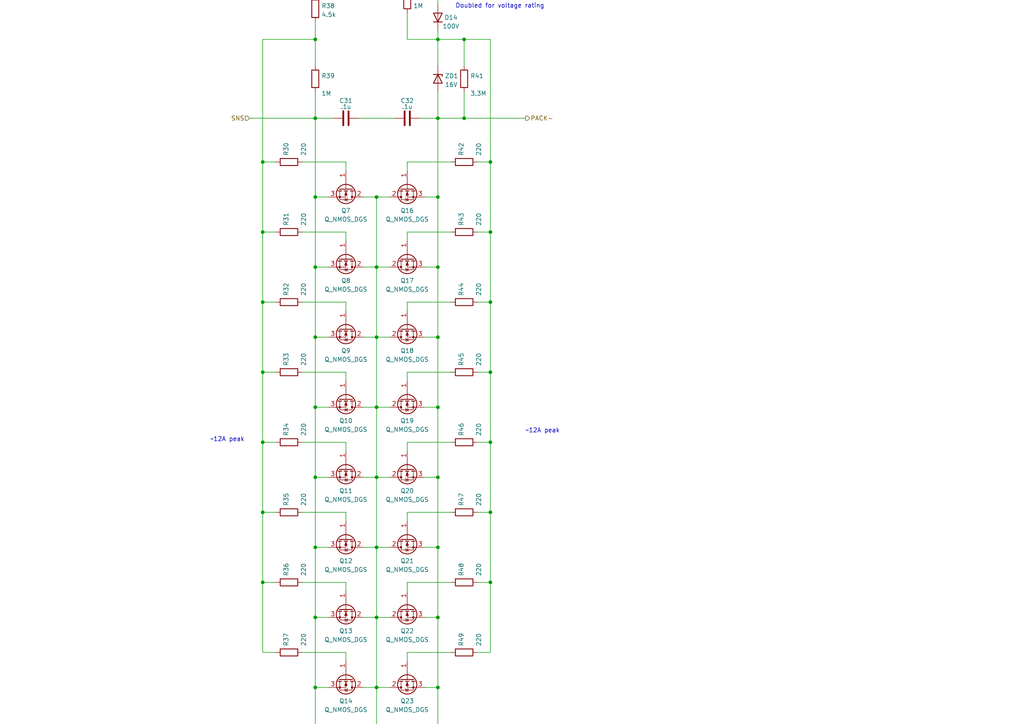
<source format=kicad_sch>
(kicad_sch (version 20211123) (generator eeschema)
  (paper "A4")
  (title_block (title "High Side Fets") (date "2022-10-30") (rev "Rev 0") (company "QTech BMS Dept"))
  (lib_symbols
    (symbol "Device:C" (pin_numbers hide) (pin_names (offset 0.254))
      (property "Reference" "C" (at 0.635 2.54 0))
      (property "Value" "C" (at 0.635 -2.54 0))
      (symbol "C_0_1"
        (polyline (pts (xy -2.032 -0.762) (xy 2.032 -0.762)) (stroke (width 0.508)))
        (polyline (pts (xy -2.032 0.762) (xy 2.032 0.762)) (stroke (width 0.508)))
      )
      (symbol "C_1_1"
        (pin passive line (at 0 3.81 270) (length 2.794) (name "~") (number "1"))
        (pin passive line (at 0 -3.81 90) (length 2.794) (name "~") (number "2"))
      )
    )
    (symbol "Device:D" (pin_numbers hide) (pin_names (offset 1.016) hide)
      (property "Reference" "D" (at 0 2.54 0))
      (property "Value" "D" (at 0 -2.54 0))
      (symbol "D_0_1"
        (polyline (pts (xy -1.27 1.27) (xy -1.27 -1.27)) (stroke (width 0.254)))
        (polyline (pts (xy 1.27 0) (xy -1.27 0)))
        (polyline (pts (xy 1.27 1.27) (xy 1.27 -1.27) (xy -1.27 0) (xy 1.27 1.27)) (stroke (width 0.254)))
      )
      (symbol "D_1_1"
        (pin passive line (at -3.81 0 0) (length 2.54) (name "K") (number "1"))
        (pin passive line (at 3.81 0 180) (length 2.54) (name "A") (number "2"))
      )
    )
    (symbol "Device:D_Zener" (pin_numbers hide) (pin_names (offset 1.016) hide)
      (property "Reference" "D" (at 0 2.54 0))
      (property "Value" "D_Zener" (at 0 -2.54 0))
      (symbol "D_Zener_0_1"
        (polyline (pts (xy 1.27 0) (xy -1.27 0)))
        (polyline (pts (xy -1.27 -1.27) (xy -1.27 1.27) (xy -0.762 1.27)) (stroke (width 0.254)))
        (polyline (pts (xy 1.27 -1.27) (xy 1.27 1.27) (xy -1.27 0) (xy 1.27 -1.27)) (stroke (width 0.254)))
      )
      (symbol "D_Zener_1_1"
        (pin passive line (at -3.81 0 0) (length 2.54) (name "K") (number "1"))
        (pin passive line (at 3.81 0 180) (length 2.54) (name "A") (number "2"))
      )
    )
    (symbol "Device:Q_NMOS_GDS" (pin_names (offset 0) hide)
      (property "Reference" "Q" (at 5.08 1.27 0))
      (property "Value" "Q_NMOS_GDS" (at 5.08 -1.27 0))
      (symbol "Q_NMOS_GDS_0_1"
        (polyline (pts (xy 0.254 0) (xy -2.54 0)))
        (polyline (pts (xy 0.254 1.905) (xy 0.254 -1.905)) (stroke (width 0.254)))
        (polyline (pts (xy 0.762 -1.27) (xy 0.762 -2.286)) (stroke (width 0.254)))
        (polyline (pts (xy 0.762 0.508) (xy 0.762 -0.508)) (stroke (width 0.254)))
        (polyline (pts (xy 0.762 2.286) (xy 0.762 1.27)) (stroke (width 0.254)))
        (polyline (pts (xy 2.54 2.54) (xy 2.54 1.778)))
        (polyline (pts (xy 2.54 -2.54) (xy 2.54 0) (xy 0.762 0)))
        (polyline (pts (xy 0.762 -1.778) (xy 3.302 -1.778) (xy 3.302 1.778) (xy 0.762 1.778)))
        (polyline (pts (xy 1.016 0) (xy 2.032 0.381) (xy 2.032 -0.381) (xy 1.016 0)) (fill (type outline)))
        (polyline (pts (xy 2.794 0.508) (xy 2.921 0.381) (xy 3.683 0.381) (xy 3.81 0.254)))
        (polyline (pts (xy 3.302 0.381) (xy 2.921 -0.254) (xy 3.683 -0.254) (xy 3.302 0.381)))
        (circle (center 1.651 0) (radius 2.794) (stroke (width 0.254)))
        (circle (center 2.54 -1.778) (radius 0.254) (fill (type outline)))
        (circle (center 2.54 1.778) (radius 0.254) (fill (type outline)))
      )
      (symbol "Q_NMOS_GDS_1_1"
        (pin input line (at -5.08 0 0) (length 2.54) (name "G") (number "1"))
        (pin passive line (at 2.54 5.08 270) (length 2.54) (name "D") (number "2"))
        (pin passive line (at 2.54 -5.08 90) (length 2.54) (name "S") (number "3"))
      )
    )
    (symbol "Device:Q_PMOS_DGS" (pin_names (offset 0) hide)
      (property "Reference" "Q" (at 5.08 1.27 0))
      (property "Value" "Q_PMOS_DGS" (at 5.08 -1.27 0))
      (symbol "Q_PMOS_DGS_0_1"
        (polyline (pts (xy 0.254 0) (xy -2.54 0)))
        (polyline (pts (xy 0.254 1.905) (xy 0.254 -1.905)) (stroke (width 0.254)))
        (polyline (pts (xy 0.762 -1.27) (xy 0.762 -2.286)) (stroke (width 0.254)))
        (polyline (pts (xy 0.762 0.508) (xy 0.762 -0.508)) (stroke (width 0.254)))
        (polyline (pts (xy 0.762 2.286) (xy 0.762 1.27)) (stroke (width 0.254)))
        (polyline (pts (xy 2.54 2.54) (xy 2.54 1.778)))
        (polyline (pts (xy 2.54 -2.54) (xy 2.54 0) (xy 0.762 0)))
        (polyline (pts (xy 0.762 1.778) (xy 3.302 1.778) (xy 3.302 -1.778) (xy 0.762 -1.778)))
        (polyline (pts (xy 2.286 0) (xy 1.27 0.381) (xy 1.27 -0.381) (xy 2.286 0)) (fill (type outline)))
        (polyline (pts (xy 2.794 -0.508) (xy 2.921 -0.381) (xy 3.683 -0.381) (xy 3.81 -0.254)))
        (polyline (pts (xy 3.302 -0.381) (xy 2.921 0.254) (xy 3.683 0.254) (xy 3.302 -0.381)))
        (circle (center 1.651 0) (radius 2.794) (stroke (width 0.254)))
        (circle (center 2.54 -1.778) (radius 0.254) (fill (type outline)))
        (circle (center 2.54 1.778) (radius 0.254) (fill (type outline)))
      )
      (symbol "Q_PMOS_DGS_1_1"
        (pin passive line (at 2.54 5.08 270) (length 2.54) (name "D") (number "1"))
        (pin input line (at -5.08 0 0) (length 2.54) (name "G") (number "2"))
        (pin passive line (at 2.54 -5.08 90) (length 2.54) (name "S") (number "3"))
      )
    )
    (symbol "Device:R" (pin_numbers hide) (pin_names (offset 0))
      (property "Reference" "R" (at 2.032 0 90))
      (property "Value" "R" (at 0 0 90))
      (symbol "R_0_1"
        (rectangle (start -1.016 -2.54) (end 1.016 2.54) (stroke (width 0.254)))
      )
      (symbol "R_1_1"
        (pin passive line (at 0 3.81 270) (length 1.27) (name "~") (number "1"))
        (pin passive line (at 0 -3.81 90) (length 1.27) (name "~") (number "2"))
      )
    )
  )
  (junction (at 76.2 87.63))
  (junction (at 91.44 179.07))
  (junction (at 91.44 199.39))
  (junction (at 109.22 213.36))
  (junction (at 109.22 77.47))
  (junction (at 142.24 107.95))
  (junction (at 76.2 107.95))
  (junction (at 109.22 179.07))
  (junction (at 142.24 87.63))
  (junction (at 142.24 168.91))
  (junction (at 91.44 11.43))
  (junction (at 127 11.43))
  (junction (at 109.22 97.79))
  (junction (at 91.44 158.75))
  (junction (at 142.24 148.59))
  (junction (at 127 34.29))
  (junction (at 91.44 57.15))
  (junction (at 76.2 168.91))
  (junction (at 134.62 11.43))
  (junction (at 91.44 118.11))
  (junction (at 76.2 67.31))
  (junction (at 134.62 34.29))
  (junction (at 76.2 148.59))
  (junction (at 127 179.07))
  (junction (at 127 57.15))
  (junction (at 109.22 118.11))
  (junction (at 76.2 128.27))
  (junction (at 118.11 -11.43))
  (junction (at 127 97.79))
  (junction (at 91.44 97.79))
  (junction (at 91.44 77.47))
  (junction (at 76.2 46.99))
  (junction (at 109.22 138.43))
  (junction (at 142.24 128.27))
  (junction (at 109.22 57.15))
  (junction (at 127 138.43))
  (junction (at 109.22 199.39))
  (junction (at 91.44 34.29))
  (junction (at 91.44 138.43))
  (junction (at 127 158.75))
  (junction (at 142.24 67.31))
  (junction (at 142.24 46.99))
  (junction (at 127 118.11))
  (junction (at 127 199.39))
  (junction (at 109.22 158.75))
  (junction (at 127 77.47))
  (wire (pts (xy 91.44 179.07) (xy 95.25 179.07)))
  (wire (pts (xy 100.33 130.81) (xy 100.33 128.27)))
  (wire (pts (xy 109.22 97.79) (xy 113.03 97.79)))
  (wire (pts (xy 109.22 138.43) (xy 113.03 138.43)))
  (wire (pts (xy 76.2 128.27) (xy 80.01 128.27)))
  (wire (pts (xy 76.2 148.59) (xy 80.01 148.59)))
  (wire (pts (xy 127 97.79) (xy 127 118.11)))
  (wire (pts (xy 100.33 107.95) (xy 87.63 107.95)))
  (wire (pts (xy 118.11 168.91) (xy 118.11 171.45)))
  (wire (pts (xy 76.2 46.99) (xy 76.2 67.31)))
  (wire (pts (xy 138.43 168.91) (xy 142.24 168.91)))
  (wire (pts (xy 76.2 87.63) (xy 80.01 87.63)))
  (wire (pts (xy 105.41 199.39) (xy 109.22 199.39)))
  (wire (pts (xy 91.44 -5.08) (xy 91.44 -1.27)))
  (wire (pts (xy 118.11 -30.48) (xy 118.11 -26.67)))
  (wire (pts (xy 142.24 67.31) (xy 142.24 87.63)))
  (wire (pts (xy 96.52 213.36) (xy 91.44 213.36)))
  (wire (pts (xy 91.44 97.79) (xy 95.25 97.79)))
  (wire (pts (xy 127 213.36) (xy 121.92 213.36)))
  (wire (pts (xy 76.2 168.91) (xy 76.2 148.59)))
  (wire (pts (xy 76.2 189.23) (xy 80.01 189.23)))
  (wire (pts (xy 100.33 189.23) (xy 87.63 189.23)))
  (wire (pts (xy 105.41 57.15) (xy 109.22 57.15)))
  (wire (pts (xy 104.14 34.29) (xy 114.3 34.29)))
  (wire (pts (xy 123.19 199.39) (xy 127 199.39)))
  (wire (pts (xy 91.44 179.07) (xy 91.44 199.39)))
  (wire (pts (xy 134.62 26.67) (xy 134.62 34.29)))
  (wire (pts (xy 105.41 97.79) (xy 109.22 97.79)))
  (wire (pts (xy 109.22 158.75) (xy 109.22 179.07)))
  (wire (pts (xy 142.24 46.99) (xy 142.24 67.31)))
  (wire (pts (xy 105.41 77.47) (xy 109.22 77.47)))
  (wire (pts (xy 127 11.43) (xy 127 19.05)))
  (wire (pts (xy 123.19 57.15) (xy 127 57.15)))
  (wire (pts (xy 109.22 77.47) (xy 109.22 97.79)))
  (wire (pts (xy 118.11 67.31) (xy 118.11 69.85)))
  (wire (pts (xy 109.22 77.47) (xy 113.03 77.47)))
  (wire (pts (xy 118.11 -16.51) (xy 118.11 -11.43)))
  (wire (pts (xy 91.44 26.67) (xy 91.44 34.29)))
  (wire (pts (xy 138.43 128.27) (xy 142.24 128.27)))
  (wire (pts (xy 106.68 -21.59) (xy 110.49 -21.59)))
  (wire (pts (xy 109.22 199.39) (xy 113.03 199.39)))
  (wire (pts (xy 109.22 179.07) (xy 113.03 179.07)))
  (wire (pts (xy 134.62 34.29) (xy 152.4 34.29)))
  (wire (pts (xy 118.11 11.43) (xy 127 11.43)))
  (wire (pts (xy 118.11 46.99) (xy 118.11 49.53)))
  (wire (pts (xy 100.33 148.59) (xy 87.63 148.59)))
  (wire (pts (xy 91.44 158.75) (xy 91.44 179.07)))
  (wire (pts (xy 105.41 179.07) (xy 109.22 179.07)))
  (wire (pts (xy 127 34.29) (xy 134.62 34.29)))
  (wire (pts (xy 109.22 118.11) (xy 109.22 138.43)))
  (wire (pts (xy 138.43 107.95) (xy 142.24 107.95)))
  (wire (pts (xy 118.11 168.91) (xy 130.81 168.91)))
  (wire (pts (xy 127 118.11) (xy 127 138.43)))
  (wire (pts (xy 127 -11.43) (xy 127 -8.89)))
  (wire (pts (xy 76.2 168.91) (xy 80.01 168.91)))
  (wire (pts (xy 91.44 57.15) (xy 95.25 57.15)))
  (wire (pts (xy 100.33 151.13) (xy 100.33 148.59)))
  (wire (pts (xy 118.11 -11.43) (xy 118.11 -3.81)))
  (wire (pts (xy 100.33 46.99) (xy 87.63 46.99)))
  (wire (pts (xy 134.62 11.43) (xy 134.62 19.05)))
  (wire (pts (xy 127 138.43) (xy 127 158.75)))
  (wire (pts (xy 76.2 107.95) (xy 76.2 128.27)))
  (wire (pts (xy 118.11 128.27) (xy 118.11 130.81)))
  (wire (pts (xy 138.43 46.99) (xy 142.24 46.99)))
  (wire (pts (xy 118.11 3.81) (xy 118.11 11.43)))
  (wire (pts (xy 76.2 128.27) (xy 76.2 148.59)))
  (wire (pts (xy 109.22 179.07) (xy 109.22 199.39)))
  (wire (pts (xy 91.44 199.39) (xy 95.25 199.39)))
  (wire (pts (xy 105.41 118.11) (xy 109.22 118.11)))
  (wire (pts (xy 76.2 46.99) (xy 80.01 46.99)))
  (wire (pts (xy 91.44 77.47) (xy 91.44 97.79)))
  (wire (pts (xy 127 26.67) (xy 127 34.29)))
  (wire (pts (xy 76.2 11.43) (xy 76.2 46.99)))
  (wire (pts (xy 76.2 189.23) (xy 76.2 168.91)))
  (wire (pts (xy 91.44 77.47) (xy 95.25 77.47)))
  (wire (pts (xy 109.22 213.36) (xy 104.14 213.36)))
  (wire (pts (xy 127 57.15) (xy 127 77.47)))
  (wire (pts (xy 100.33 110.49) (xy 100.33 107.95)))
  (wire (pts (xy 127 11.43) (xy 134.62 11.43)))
  (wire (pts (xy 91.44 158.75) (xy 95.25 158.75)))
  (wire (pts (xy 127 77.47) (xy 127 97.79)))
  (wire (pts (xy 100.33 49.53) (xy 100.33 46.99)))
  (wire (pts (xy 134.62 11.43) (xy 142.24 11.43)))
  (wire (pts (xy 127 34.29) (xy 127 57.15)))
  (wire (pts (xy 91.44 138.43) (xy 91.44 158.75)))
  (wire (pts (xy 142.24 128.27) (xy 142.24 107.95)))
  (wire (pts (xy 109.22 199.39) (xy 109.22 213.36)))
  (wire (pts (xy 76.2 67.31) (xy 76.2 87.63)))
  (wire (pts (xy 91.44 138.43) (xy 95.25 138.43)))
  (wire (pts (xy 109.22 118.11) (xy 113.03 118.11)))
  (wire (pts (xy 109.22 158.75) (xy 113.03 158.75)))
  (wire (pts (xy 123.19 158.75) (xy 127 158.75)))
  (wire (pts (xy 138.43 67.31) (xy 142.24 67.31)))
  (wire (pts (xy 105.41 158.75) (xy 109.22 158.75)))
  (wire (pts (xy 100.33 69.85) (xy 100.33 67.31)))
  (wire (pts (xy 76.2 107.95) (xy 76.2 87.63)))
  (wire (pts (xy 142.24 11.43) (xy 142.24 46.99)))
  (wire (pts (xy 142.24 189.23) (xy 142.24 168.91)))
  (wire (pts (xy 109.22 57.15) (xy 113.03 57.15)))
  (wire (pts (xy 142.24 128.27) (xy 142.24 148.59)))
  (wire (pts (xy 118.11 148.59) (xy 130.81 148.59)))
  (wire (pts (xy 123.19 118.11) (xy 127 118.11)))
  (wire (pts (xy 118.11 67.31) (xy 130.81 67.31)))
  (wire (pts (xy 118.11 87.63) (xy 130.81 87.63)))
  (wire (pts (xy 127 199.39) (xy 127 213.36)))
  (wire (pts (xy 76.2 11.43) (xy 91.44 11.43)))
  (wire (pts (xy 142.24 107.95) (xy 142.24 87.63)))
  (wire (pts (xy 118.11 107.95) (xy 130.81 107.95)))
  (wire (pts (xy 123.19 138.43) (xy 127 138.43)))
  (wire (pts (xy 121.92 34.29) (xy 127 34.29)))
  (wire (pts (xy 91.44 199.39) (xy 91.44 213.36)))
  (wire (pts (xy 118.11 -11.43) (xy 127 -11.43)))
  (wire (pts (xy 100.33 168.91) (xy 87.63 168.91)))
  (wire (pts (xy 142.24 148.59) (xy 138.43 148.59)))
  (wire (pts (xy 109.22 97.79) (xy 109.22 118.11)))
  (wire (pts (xy 118.11 128.27) (xy 130.81 128.27)))
  (wire (pts (xy 138.43 189.23) (xy 142.24 189.23)))
  (wire (pts (xy 91.44 118.11) (xy 95.25 118.11)))
  (wire (pts (xy 100.33 87.63) (xy 100.33 90.17)))
  (wire (pts (xy 76.2 67.31) (xy 80.01 67.31)))
  (wire (pts (xy 109.22 57.15) (xy 109.22 77.47)))
  (wire (pts (xy 91.44 19.05) (xy 91.44 11.43)))
  (wire (pts (xy 123.19 77.47) (xy 127 77.47)))
  (wire (pts (xy 91.44 6.35) (xy 91.44 11.43)))
  (wire (pts (xy 72.39 34.29) (xy 91.44 34.29)))
  (wire (pts (xy 91.44 57.15) (xy 91.44 77.47)))
  (wire (pts (xy 118.11 189.23) (xy 118.11 191.77)))
  (wire (pts (xy 127 8.89) (xy 127 11.43)))
  (wire (pts (xy 127 179.07) (xy 127 199.39)))
  (wire (pts (xy 138.43 87.63) (xy 142.24 87.63)))
  (wire (pts (xy 118.11 46.99) (xy 130.81 46.99)))
  (wire (pts (xy 118.11 107.95) (xy 118.11 110.49)))
  (wire (pts (xy 100.33 191.77) (xy 100.33 189.23)))
  (wire (pts (xy 91.44 97.79) (xy 91.44 118.11)))
  (wire (pts (xy 76.2 107.95) (xy 80.01 107.95)))
  (wire (pts (xy 105.41 138.43) (xy 109.22 138.43)))
  (wire (pts (xy 114.3 213.36) (xy 109.22 213.36)))
  (wire (pts (xy 91.44 34.29) (xy 96.52 34.29)))
  (wire (pts (xy 118.11 87.63) (xy 118.11 90.17)))
  (wire (pts (xy 118.11 148.59) (xy 118.11 151.13)))
  (wire (pts (xy 127 -1.27) (xy 127 1.27)))
  (wire (pts (xy 91.44 118.11) (xy 91.44 138.43)))
  (wire (pts (xy 91.44 34.29) (xy 91.44 57.15)))
  (wire (pts (xy 100.33 67.31) (xy 87.63 67.31)))
  (wire (pts (xy 109.22 138.43) (xy 109.22 158.75)))
  (wire (pts (xy 100.33 171.45) (xy 100.33 168.91)))
  (wire (pts (xy 100.33 87.63) (xy 87.63 87.63)))
  (wire (pts (xy 123.19 179.07) (xy 127 179.07)))
  (wire (pts (xy 123.19 97.79) (xy 127 97.79)))
  (wire (pts (xy 100.33 128.27) (xy 87.63 128.27)))
  (wire (pts (xy 127 158.75) (xy 127 179.07)))
  (wire (pts (xy 142.24 168.91) (xy 142.24 148.59)))
  (wire (pts (xy 118.11 189.23) (xy 130.81 189.23)))
  (text "~22A peak" (at 106.68 217.17 0) (effects (font (size 1.27 1.27)) (justify left bottom)))
  (text "Doubled for voltage rating" (at 132.08 2.54 0) (effects (font (size 1.27 1.27)) (justify left bottom)))
  (text "~12A peak" (at 152.4 125.73 0) (effects (font (size 1.27 1.27)) (justify left bottom)))
  (text "~12A peak" (at 60.96 128.27 0) (effects (font (size 1.27 1.27)) (justify left bottom)))
  (hierarchical_label "PACK-" (shape output) (at 152.4 34.29 0))
  (hierarchical_label "SNS" (shape input) (at 72.39 34.29 180))
  (hierarchical_label "CHG" (shape input) (at 118.11 -30.48 90))
  (hierarchical_label "DSG" (shape input) (at 91.44 -5.08 90))
  (hierarchical_label "GND" (shape input) (at 106.68 -21.59 180))
  (symbol (lib_id "Device:D_Zener") (at 127 22.86 270) (unit 1)
    (property "Reference" "ZD1" (at 129.032 22.0253 90) (effects (justify left)))
    (property "Value" "16V" (at 129.032 24.5622 90) (effects (justify left)))
    (property "Footprint" "Diode_SMD:D_SOD-323" (effects hide))
    (property "Src_Page" "Figure 10-5" (effects hide))
  )
  (symbol (lib_id "Device:Q_PMOS_DGS") (at 115.57 -21.59 0) (mirror x) (unit 1)
    (property "Reference" "Q15" (at 120.777 -22.4247 0) (effects (justify left)))
    (property "Value" "Q_PMOS_DGS" (at 120.777 -19.8878 0) (effects (justify left)))
    (property "Footprint" "Package_TO_SOT_SMD:SOT-23" (effects hide))
    (property "Src_Page" "Figure 10-5" (effects hide))
  )
  (symbol (lib_id "Device:R") (at 83.82 67.31 90) (unit 1)
    (property "Reference" "R31" (at 82.9853 65.532 0) (effects (justify left)))
    (property "Value" "220" (at 88.0622 65.532 0) (effects (justify left)))
    (property "Footprint" "Resistor_SMD:R_0603_1608Metric" (effects hide))
    (property "Src_Value" "R_gs_dsg" (effects hide))
    (property "Src_Page" "Table 10-1" (effects hide))
  )
  (symbol (lib_id "Device:R") (at 134.62 148.59 90) (unit 1)
    (property "Reference" "R47" (at 133.7853 146.812 0) (effects (justify left)))
    (property "Value" "220" (at 138.8622 146.812 0) (effects (justify left)))
    (property "Footprint" "Resistor_SMD:R_0603_1608Metric" (effects hide))
    (property "Src_Value" "R_gs_dsg" (effects hide))
    (property "Src_Page" "Table 10-1" (effects hide))
  )
  (symbol (lib_id "Device:R") (at 134.62 46.99 90) (unit 1)
    (property "Reference" "R42" (at 133.7853 45.212 0) (effects (justify left)))
    (property "Value" "220" (at 138.8622 45.212 0) (effects (justify left)))
    (property "Footprint" "Resistor_SMD:R_0603_1608Metric" (effects hide))
    (property "Src_Value" "R_gs_dsg" (effects hide))
    (property "Src_Page" "Table 10-1" (effects hide))
  )
  (symbol (lib_id "Device:Q_NMOS_GDS") (at 118.11 74.93 90) (mirror x) (unit 1)
    (property "Reference" "Q17" (at 118.11 81.4054 90))
    (property "Value" "Q_NMOS_DGS" (at 118.11 83.9423 90))
    (property "Footprint" "Package_TO_SOT_SMD:TO-252-2" (effects hide))
    (property "Src_Value" "dsg_fet" (effects hide))
    (property "Spice_Primitive" "M" (effects hide))
    (property "Spice_Model" "Q_NMOS_DGS" (effects hide))
    (property "Spice_Netlist_Enabled" "Y" (effects hide))
  )
  (symbol (lib_id "Device:C") (at 100.33 34.29 90) (unit 1)
    (property "Reference" "C31" (at 100.33 29.21 90))
    (property "Value" ".1u" (at 100.33 30.9681 90))
    (property "Footprint" "Capacitor_SMD:C_0603_1608Metric" (effects hide))
  )
  (symbol (lib_id "Device:C") (at 118.11 34.29 90) (unit 1)
    (property "Reference" "C32" (at 118.11 29.21 90))
    (property "Value" ".1u" (at 118.11 30.9681 90))
    (property "Footprint" "Capacitor_SMD:C_0603_1608Metric" (effects hide))
  )
  (symbol (lib_id "Device:Q_NMOS_GDS") (at 100.33 95.25 270) (unit 1)
    (property "Reference" "Q9" (at 100.33 101.7254 90))
    (property "Value" "Q_NMOS_DGS" (at 100.33 104.2623 90))
    (property "Footprint" "Package_TO_SOT_SMD:TO-252-2" (effects hide))
    (property "Src_Value" "dsg_fet" (effects hide))
    (property "Spice_Primitive" "M" (effects hide))
    (property "Spice_Model" "Q_NMOS_DGS" (effects hide))
    (property "Spice_Netlist_Enabled" "Y" (effects hide))
  )
  (symbol (lib_id "Device:R") (at 134.62 87.63 90) (unit 1)
    (property "Reference" "R44" (at 133.7853 85.852 0) (effects (justify left)))
    (property "Value" "220" (at 138.8622 85.852 0) (effects (justify left)))
    (property "Footprint" "Resistor_SMD:R_0603_1608Metric" (effects hide))
    (property "Src_Value" "R_gs_dsg" (effects hide))
    (property "Src_Page" "Table 10-1" (effects hide))
  )
  (symbol (lib_id "Device:Q_NMOS_GDS") (at 118.11 95.25 90) (mirror x) (unit 1)
    (property "Reference" "Q18" (at 118.11 101.7254 90))
    (property "Value" "Q_NMOS_DGS" (at 118.11 104.2623 90))
    (property "Footprint" "Package_TO_SOT_SMD:TO-252-2" (effects hide))
    (property "Src_Value" "dsg_fet" (effects hide))
    (property "Spice_Primitive" "M" (effects hide))
    (property "Spice_Model" "Q_NMOS_DGS" (effects hide))
    (property "Spice_Netlist_Enabled" "Y" (effects hide))
  )
  (symbol (lib_id "Device:R") (at 134.62 67.31 90) (unit 1)
    (property "Reference" "R43" (at 133.7853 65.532 0) (effects (justify left)))
    (property "Value" "220" (at 138.8622 65.532 0) (effects (justify left)))
    (property "Footprint" "Resistor_SMD:R_0603_1608Metric" (effects hide))
    (property "Src_Value" "R_gs_dsg" (effects hide))
    (property "Src_Page" "Table 10-1" (effects hide))
  )
  (symbol (lib_id "Device:R") (at 83.82 46.99 90) (unit 1)
    (property "Reference" "R30" (at 82.9853 45.212 0) (effects (justify left)))
    (property "Value" "220" (at 88.0622 45.212 0) (effects (justify left)))
    (property "Footprint" "Resistor_SMD:R_0603_1608Metric" (effects hide))
    (property "Src_Value" "R_gs_dsg" (effects hide))
    (property "Src_Page" "Table 10-1" (effects hide))
  )
  (symbol (lib_id "Device:D") (at 118.11 213.36 0) (unit 1)
    (property "Reference" "D12" (at 114.3 210.82 0))
    (property "Value" "D" (at 118.11 210.9271 0))
    (property "Footprint" "Diode_SMD:D_SMC" (effects hide))
  )
  (symbol (lib_id "Device:D") (at 127 5.08 90) (unit 1)
    (property "Reference" "D14" (at 130.81 5.08 90))
    (property "Value" "100V" (at 130.81 7.62 90))
    (property "Footprint" "Diode_SMD:D_SOD-123" (effects hide))
    (property "Src_Page" "Figure 10-5" (effects hide))
  )
  (symbol (lib_id "Device:R") (at 83.82 107.95 90) (unit 1)
    (property "Reference" "R33" (at 82.9853 106.172 0) (effects (justify left)))
    (property "Value" "220" (at 88.0622 106.172 0) (effects (justify left)))
    (property "Footprint" "Resistor_SMD:R_0603_1608Metric" (effects hide))
    (property "Src_Value" "R_gs_dsg" (effects hide))
    (property "Src_Page" "Table 10-1" (effects hide))
  )
  (symbol (lib_id "Device:R") (at 83.82 168.91 90) (unit 1)
    (property "Reference" "R36" (at 82.9853 167.132 0) (effects (justify left)))
    (property "Value" "220" (at 88.0622 167.132 0) (effects (justify left)))
    (property "Footprint" "Resistor_SMD:R_0603_1608Metric" (effects hide))
    (property "Src_Value" "R_gs_dsg" (effects hide))
    (property "Src_Page" "Table 10-1" (effects hide))
  )
  (symbol (lib_id "Device:Q_NMOS_GDS") (at 100.33 135.89 270) (unit 1)
    (property "Reference" "Q11" (at 100.33 142.3654 90))
    (property "Value" "Q_NMOS_DGS" (at 100.33 144.9023 90))
    (property "Footprint" "Package_TO_SOT_SMD:TO-252-2" (effects hide))
    (property "Src_Value" "dsg_fet" (effects hide))
    (property "Spice_Primitive" "M" (effects hide))
    (property "Spice_Model" "Q_NMOS_DGS" (effects hide))
    (property "Spice_Netlist_Enabled" "Y" (effects hide))
  )
  (symbol (lib_id "Device:Q_NMOS_GDS") (at 100.33 156.21 270) (unit 1)
    (property "Reference" "Q12" (at 100.33 162.6854 90))
    (property "Value" "Q_NMOS_DGS" (at 100.33 165.2223 90))
    (property "Footprint" "Package_TO_SOT_SMD:TO-252-2" (effects hide))
    (property "Src_Value" "dsg_fet" (effects hide))
    (property "Spice_Primitive" "M" (effects hide))
    (property "Spice_Model" "Q_NMOS_DGS" (effects hide))
    (property "Spice_Netlist_Enabled" "Y" (effects hide))
  )
  (symbol (lib_id "Device:Q_NMOS_GDS") (at 118.11 196.85 90) (mirror x) (unit 1)
    (property "Reference" "Q23" (at 118.11 203.3254 90))
    (property "Value" "Q_NMOS_DGS" (at 118.11 205.8623 90))
    (property "Footprint" "Package_TO_SOT_SMD:TO-252-2" (effects hide))
    (property "Src_Value" "dsg_fet" (effects hide))
    (property "Spice_Primitive" "M" (effects hide))
    (property "Spice_Model" "Q_NMOS_DGS" (effects hide))
    (property "Spice_Netlist_Enabled" "Y" (effects hide))
  )
  (symbol (lib_id "Device:R") (at 91.44 22.86 0) (unit 1)
    (property "Reference" "R39" (at 93.218 22.0253 0) (effects (justify left)))
    (property "Value" "1M" (at 93.218 27.1022 0) (effects (justify left)))
    (property "Footprint" "Resistor_SMD:R_0603_1608Metric" (effects hide))
    (property "Src_Value" "R_gs_dsg" (effects hide))
    (property "Src_Page" "Table 10-1" (effects hide))
  )
  (symbol (lib_id "Device:Q_NMOS_GDS") (at 100.33 115.57 270) (unit 1)
    (property "Reference" "Q10" (at 100.33 122.0454 90))
    (property "Value" "Q_NMOS_DGS" (at 100.33 124.5823 90))
    (property "Footprint" "Package_TO_SOT_SMD:TO-252-2" (effects hide))
    (property "Src_Value" "dsg_fet" (effects hide))
    (property "Spice_Primitive" "M" (effects hide))
    (property "Spice_Model" "Q_NMOS_DGS" (effects hide))
    (property "Spice_Netlist_Enabled" "Y" (effects hide))
  )
  (symbol (lib_id "Device:R") (at 83.82 189.23 90) (unit 1)
    (property "Reference" "R37" (at 82.9853 187.452 0) (effects (justify left)))
    (property "Value" "220" (at 88.0622 187.452 0) (effects (justify left)))
    (property "Footprint" "Resistor_SMD:R_0603_1608Metric" (effects hide))
    (property "Src_Value" "R_gs_dsg" (effects hide))
    (property "Src_Page" "Table 10-1" (effects hide))
  )
  (symbol (lib_id "Device:R") (at 118.11 0 0) (unit 1)
    (property "Reference" "R40" (at 119.888 -0.8347 0) (effects (justify left)))
    (property "Value" "1M" (at 119.888 1.7022 0) (effects (justify left)))
    (property "Footprint" "Resistor_SMD:R_0603_1608Metric" (effects hide))
    (property "Src_Value" "R_chg" (effects hide))
    (property "Src_Page" "Table 10-1" (effects hide))
  )
  (symbol (lib_id "Device:Q_NMOS_GDS") (at 100.33 176.53 270) (unit 1)
    (property "Reference" "Q13" (at 100.33 183.0054 90))
    (property "Value" "Q_NMOS_DGS" (at 100.33 185.5423 90))
    (property "Footprint" "Package_TO_SOT_SMD:TO-252-2" (effects hide))
    (property "Src_Value" "dsg_fet" (effects hide))
    (property "Spice_Primitive" "M" (effects hide))
    (property "Spice_Model" "Q_NMOS_DGS" (effects hide))
    (property "Spice_Netlist_Enabled" "Y" (effects hide))
  )
  (symbol (lib_id "Device:Q_NMOS_GDS") (at 100.33 54.61 270) (unit 1)
    (property "Reference" "Q7" (at 100.33 61.0854 90))
    (property "Value" "Q_NMOS_DGS" (at 100.33 63.6223 90))
    (property "Footprint" "Package_TO_SOT_SMD:TO-252-2" (effects hide))
    (property "Src_Value" "dsg_fet" (effects hide))
    (property "Spice_Primitive" "M" (effects hide))
    (property "Spice_Model" "Q_NMOS_DGS" (effects hide))
    (property "Spice_Netlist_Enabled" "Y" (effects hide))
  )
  (symbol (lib_id "Device:Q_NMOS_GDS") (at 118.11 176.53 90) (mirror x) (unit 1)
    (property "Reference" "Q22" (at 118.11 183.0054 90))
    (property "Value" "Q_NMOS_DGS" (at 118.11 185.5423 90))
    (property "Footprint" "Package_TO_SOT_SMD:TO-252-2" (effects hide))
    (property "Src_Value" "dsg_fet" (effects hide))
    (property "Spice_Primitive" "M" (effects hide))
    (property "Spice_Model" "Q_NMOS_DGS" (effects hide))
    (property "Spice_Netlist_Enabled" "Y" (effects hide))
  )
  (symbol (lib_id "Device:Q_NMOS_GDS") (at 100.33 196.85 270) (unit 1)
    (property "Reference" "Q14" (at 100.33 203.3254 90))
    (property "Value" "Q_NMOS_DGS" (at 100.33 205.8623 90))
    (property "Footprint" "Package_TO_SOT_SMD:TO-252-2" (effects hide))
    (property "Src_Value" "dsg_fet" (effects hide))
    (property "Spice_Primitive" "M" (effects hide))
    (property "Spice_Model" "Q_NMOS_DGS" (effects hide))
    (property "Spice_Netlist_Enabled" "Y" (effects hide))
  )
  (symbol (lib_id "Device:R") (at 134.62 128.27 90) (unit 1)
    (property "Reference" "R46" (at 133.7853 126.492 0) (effects (justify left)))
    (property "Value" "220" (at 138.8622 126.492 0) (effects (justify left)))
    (property "Footprint" "Resistor_SMD:R_0603_1608Metric" (effects hide))
    (property "Src_Value" "R_gs_dsg" (effects hide))
    (property "Src_Page" "Table 10-1" (effects hide))
  )
  (symbol (lib_id "Device:R") (at 134.62 22.86 0) (unit 1)
    (property "Reference" "R41" (at 136.398 22.0253 0) (effects (justify left)))
    (property "Value" "3.3M" (at 136.398 27.1022 0) (effects (justify left)))
    (property "Footprint" "Resistor_SMD:R_0603_1608Metric" (effects hide))
    (property "Src_Value" "R_gs_chg" (effects hide))
    (property "Src_Page" "Table 10-1" (effects hide))
  )
  (symbol (lib_id "Device:R") (at 83.82 87.63 90) (unit 1)
    (property "Reference" "R32" (at 82.9853 85.852 0) (effects (justify left)))
    (property "Value" "220" (at 88.0622 85.852 0) (effects (justify left)))
    (property "Footprint" "Resistor_SMD:R_0603_1608Metric" (effects hide))
    (property "Src_Value" "R_gs_dsg" (effects hide))
    (property "Src_Page" "Table 10-1" (effects hide))
  )
  (symbol (lib_id "Device:Q_NMOS_GDS") (at 118.11 54.61 90) (mirror x) (unit 1)
    (property "Reference" "Q16" (at 118.11 61.0854 90))
    (property "Value" "Q_NMOS_DGS" (at 118.11 63.6223 90))
    (property "Footprint" "Package_TO_SOT_SMD:TO-252-2" (effects hide))
    (property "Src_Value" "dsg_fet" (effects hide))
    (property "Spice_Primitive" "M" (effects hide))
    (property "Spice_Model" "Q_NMOS_DGS" (effects hide))
    (property "Spice_Netlist_Enabled" "Y" (effects hide))
  )
  (symbol (lib_id "Device:R") (at 134.62 168.91 90) (unit 1)
    (property "Reference" "R48" (at 133.7853 167.132 0) (effects (justify left)))
    (property "Value" "220" (at 138.8622 167.132 0) (effects (justify left)))
    (property "Footprint" "Resistor_SMD:R_0603_1608Metric" (effects hide))
    (property "Src_Value" "R_gs_dsg" (effects hide))
    (property "Src_Page" "Table 10-1" (effects hide))
  )
  (symbol (lib_id "Device:Q_NMOS_GDS") (at 118.11 156.21 90) (mirror x) (unit 1)
    (property "Reference" "Q21" (at 118.11 162.6854 90))
    (property "Value" "Q_NMOS_DGS" (at 118.11 165.2223 90))
    (property "Footprint" "Package_TO_SOT_SMD:TO-252-2" (effects hide))
    (property "Src_Value" "dsg_fet" (effects hide))
    (property "Spice_Primitive" "M" (effects hide))
    (property "Spice_Model" "Q_NMOS_DGS" (effects hide))
    (property "Spice_Netlist_Enabled" "Y" (effects hide))
  )
  (symbol (lib_id "Device:D") (at 100.33 213.36 180) (unit 1)
    (property "Reference" "D11" (at 97.79 210.82 0))
    (property "Value" "D" (at 100.33 210.9271 0))
    (property "Footprint" "Diode_SMD:D_SMC" (effects hide))
  )
  (symbol (lib_id "Device:D") (at 127 -5.08 90) (unit 1)
    (property "Reference" "D13" (at 130.81 -5.08 90))
    (property "Value" "100V" (at 130.81 -2.54 90))
    (property "Footprint" "Diode_SMD:D_SOD-123" (effects hide))
    (property "Src_Page" "Figure 10-5" (effects hide))
  )
  (symbol (lib_id "Device:Q_NMOS_GDS") (at 118.11 115.57 90) (mirror x) (unit 1)
    (property "Reference" "Q19" (at 118.11 122.0454 90))
    (property "Value" "Q_NMOS_DGS" (at 118.11 124.5823 90))
    (property "Footprint" "Package_TO_SOT_SMD:TO-252-2" (effects hide))
    (property "Src_Value" "dsg_fet" (effects hide))
    (property "Spice_Primitive" "M" (effects hide))
    (property "Spice_Model" "Q_NMOS_DGS" (effects hide))
    (property "Spice_Netlist_Enabled" "Y" (effects hide))
  )
  (symbol (lib_id "Device:Q_NMOS_GDS") (at 118.11 135.89 90) (mirror x) (unit 1)
    (property "Reference" "Q20" (at 118.11 142.3654 90))
    (property "Value" "Q_NMOS_DGS" (at 118.11 144.9023 90))
    (property "Footprint" "Package_TO_SOT_SMD:TO-252-2" (effects hide))
    (property "Src_Value" "dsg_fet" (effects hide))
    (property "Spice_Primitive" "M" (effects hide))
    (property "Spice_Model" "Q_NMOS_DGS" (effects hide))
    (property "Spice_Netlist_Enabled" "Y" (effects hide))
  )
  (symbol (lib_id "Device:Q_NMOS_GDS") (at 100.33 74.93 270) (unit 1)
    (property "Reference" "Q8" (at 100.33 81.4054 90))
    (property "Value" "Q_NMOS_DGS" (at 100.33 83.9423 90))
    (property "Footprint" "Package_TO_SOT_SMD:TO-252-2" (effects hide))
    (property "Src_Value" "dsg_fet" (effects hide))
    (property "Spice_Primitive" "M" (effects hide))
    (property "Spice_Model" "Q_NMOS_DGS" (effects hide))
    (property "Spice_Netlist_Enabled" "Y" (effects hide))
  )
  (symbol (lib_id "Device:R") (at 91.44 2.54 0) (unit 1)
    (property "Reference" "R38" (at 93.218 1.7053 0) (effects (justify left)))
    (property "Value" "4.5k" (at 93.218 4.2422 0) (effects (justify left)))
    (property "Footprint" "Resistor_SMD:R_0603_1608Metric" (effects hide))
    (property "Src_Value" "R_dsg" (effects hide))
    (property "Src_Page" "Table 10-1" (effects hide))
  )
  (symbol (lib_id "Device:R") (at 83.82 148.59 90) (unit 1)
    (property "Reference" "R35" (at 82.9853 146.812 0) (effects (justify left)))
    (property "Value" "220" (at 88.0622 146.812 0) (effects (justify left)))
    (property "Footprint" "Resistor_SMD:R_0603_1608Metric" (effects hide))
    (property "Src_Value" "R_gs_dsg" (effects hide))
    (property "Src_Page" "Table 10-1" (effects hide))
  )
  (symbol (lib_id "Device:R") (at 134.62 107.95 90) (unit 1)
    (property "Reference" "R45" (at 133.7853 106.172 0) (effects (justify left)))
    (property "Value" "220" (at 138.8622 106.172 0) (effects (justify left)))
    (property "Footprint" "Resistor_SMD:R_0603_1608Metric" (effects hide))
    (property "Src_Value" "R_gs_dsg" (effects hide))
    (property "Src_Page" "Table 10-1" (effects hide))
  )
  (symbol (lib_id "Device:R") (at 134.62 189.23 90) (unit 1)
    (property "Reference" "R49" (at 133.7853 187.452 0) (effects (justify left)))
    (property "Value" "220" (at 138.8622 187.452 0) (effects (justify left)))
    (property "Footprint" "Resistor_SMD:R_0603_1608Metric" (effects hide))
    (property "Src_Value" "R_gs_dsg" (effects hide))
    (property "Src_Page" "Table 10-1" (effects hide))
  )
  (symbol (lib_id "Device:R") (at 83.82 128.27 90) (unit 1)
    (property "Reference" "R34" (at 82.9853 126.492 0) (effects (justify left)))
    (property "Value" "220" (at 88.0622 126.492 0) (effects (justify left)))
    (property "Footprint" "Resistor_SMD:R_0603_1608Metric" (effects hide))
    (property "Src_Value" "R_gs_dsg" (effects hide))
    (property "Src_Page" "Table 10-1" (effects hide))
  )
)
</source>
